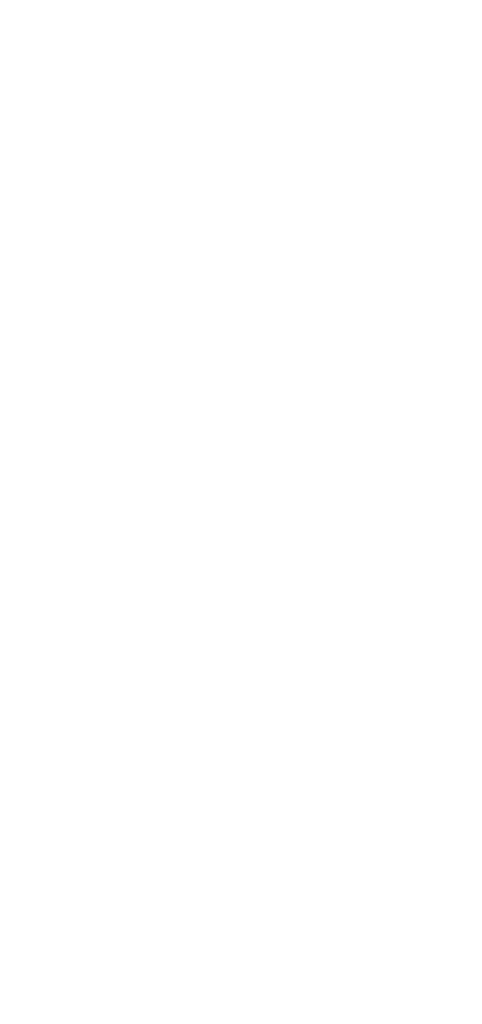
<source format=kicad_pcb>
(kicad_pcb (version 20171130) (host pcbnew "(5.0.1)-4")

  (general
    (thickness 1.6)
    (drawings 44)
    (tracks 0)
    (zones 0)
    (modules 0)
    (nets 1)
  )

  (page A4)
  (layers
    (0 F.Cu signal)
    (31 B.Cu signal)
    (32 B.Adhes user)
    (33 F.Adhes user)
    (34 B.Paste user)
    (35 F.Paste user)
    (36 B.SilkS user)
    (37 F.SilkS user)
    (38 B.Mask user)
    (39 F.Mask user)
    (40 Dwgs.User user)
    (41 Cmts.User user)
    (42 Eco1.User user)
    (43 Eco2.User user)
    (44 Edge.Cuts user)
    (45 Margin user)
    (46 B.CrtYd user)
    (47 F.CrtYd user)
    (48 B.Fab user)
    (49 F.Fab user)
  )

  (setup
    (last_trace_width 0.25)
    (trace_clearance 0.2)
    (zone_clearance 0.508)
    (zone_45_only no)
    (trace_min 0.2)
    (segment_width 0.4)
    (edge_width 0.2)
    (via_size 0.8)
    (via_drill 0.4)
    (via_min_size 0.4)
    (via_min_drill 0.3)
    (uvia_size 0.3)
    (uvia_drill 0.1)
    (uvias_allowed no)
    (uvia_min_size 0.2)
    (uvia_min_drill 0.1)
    (pcb_text_width 0.3)
    (pcb_text_size 1.5 1.5)
    (mod_edge_width 0.15)
    (mod_text_size 1 1)
    (mod_text_width 0.15)
    (pad_size 1.524 1.524)
    (pad_drill 0.762)
    (pad_to_mask_clearance 0.051)
    (solder_mask_min_width 0.25)
    (aux_axis_origin 0 0)
    (visible_elements 7FFFFFFF)
    (pcbplotparams
      (layerselection 0x010f0_ffffffff)
      (usegerberextensions false)
      (usegerberattributes false)
      (usegerberadvancedattributes false)
      (creategerberjobfile false)
      (excludeedgelayer true)
      (linewidth 0.100000)
      (plotframeref false)
      (viasonmask false)
      (mode 1)
      (useauxorigin false)
      (hpglpennumber 1)
      (hpglpenspeed 20)
      (hpglpendiameter 15.000000)
      (psnegative false)
      (psa4output false)
      (plotreference true)
      (plotvalue true)
      (plotinvisibletext false)
      (padsonsilk false)
      (subtractmaskfromsilk false)
      (outputformat 1)
      (mirror false)
      (drillshape 0)
      (scaleselection 1)
      (outputdirectory ""))
  )

  (net 0 "")

  (net_class Default "This is the default net class."
    (clearance 0.2)
    (trace_width 0.25)
    (via_dia 0.8)
    (via_drill 0.4)
    (uvia_dia 0.3)
    (uvia_drill 0.1)
  )

  (gr_circle (center 55.4 98) (end 58.6 98) (layer Eco2.User) (width 0.05) (tstamp 5D225E96))
  (gr_circle (center 55.4 111.5) (end 58.6 111.5) (layer Eco2.User) (width 0.05) (tstamp 5D225E92))
  (gr_circle (center 45.2 111.5) (end 48.4 111.5) (layer Eco2.User) (width 0.05) (tstamp 5D225E8F))
  (gr_circle (center 35.4 111.5) (end 38.6 111.5) (layer Eco2.User) (width 0.05) (tstamp 5D225E8B))
  (gr_circle (center 25.4 111.5) (end 28.6 111.5) (layer Eco2.User) (width 0.05) (tstamp 5D225E87))
  (gr_circle (center 5.4 111.5) (end 8.6 111.5) (layer Eco2.User) (width 0.05) (tstamp 5D225E83))
  (gr_circle (center 5.4 98) (end 8.6 98) (layer Eco2.User) (width 0.05) (tstamp 5D225E7B))
  (gr_circle (center 15.5 111.5) (end 18.7 111.5) (layer Eco2.User) (width 0.05) (tstamp 5D225E74))
  (gr_circle (center 45.1 91.2) (end 48.3 91.2) (layer Eco2.User) (width 0.05) (tstamp 5D225E71))
  (gr_circle (center 35.3 91.2) (end 38.5 91.2) (layer Eco2.User) (width 0.05) (tstamp 5D225E6E))
  (gr_circle (center 25.3 91.2) (end 28.5 91.2) (layer Eco2.User) (width 0.05) (tstamp 5D225E6B))
  (gr_circle (center 15.4 91.2) (end 18.6 91.2) (layer Eco2.User) (width 0.05) (tstamp 5D225E56))
  (gr_circle (center 45.4 64.25) (end 48.6 64.25) (layer Eco2.User) (width 0.05) (tstamp 5D225E50))
  (gr_circle (center 30.3 71) (end 33.5 71) (layer Eco2.User) (width 0.05) (tstamp 5D225E4C))
  (gr_circle (center 15.3 64.25) (end 18.5 64.25) (layer Eco2.User) (width 0.05) (tstamp 5D225E49))
  (gr_circle (center 5.35 81.05) (end 8.7 81.05) (layer Eco2.User) (width 0.05) (tstamp 5D225E2B))
  (gr_circle (center 55.35 81.05) (end 58.7 81.05) (layer Eco2.User) (width 0.05) (tstamp 5D225E17))
  (gr_circle (center 55.35 64.25) (end 58.7 64.25) (layer Eco2.User) (width 0.05) (tstamp 5D225E0C))
  (gr_circle (center 50.3 44) (end 53.9 44) (layer Eco2.User) (width 0.05) (tstamp 5D225DF4))
  (gr_circle (center 30.3 54.3) (end 33.9 54.3) (layer Eco2.User) (width 0.05) (tstamp 5D225DE9))
  (gr_circle (center 10.3 44) (end 13.9 44) (layer Eco2.User) (width 0.05) (tstamp 5D225DD8))
  (gr_circle (center 30.3 34) (end 33.9 34) (layer Eco2.User) (width 0.05) (tstamp 5D225DC7))
  (gr_circle (center 50.3 23.8) (end 53.9 23.8) (layer Eco2.User) (width 0.05) (tstamp 5D225DBF))
  (gr_circle (center 45.2 101.4) (end 46.85 101.4) (layer Eco2.User) (width 0.05) (tstamp 5D225816))
  (gr_circle (center 35.4 101.4) (end 37.05 101.4) (layer Eco2.User) (width 0.05) (tstamp 5D225815))
  (gr_circle (center 25.4 101.4) (end 27.05 101.4) (layer Eco2.User) (width 0.05) (tstamp 5D225814))
  (gr_circle (center 15.5 101.4) (end 17.15 101.4) (layer Eco2.User) (width 0.05) (tstamp 5D22580F))
  (gr_circle (center 45.1 81.1) (end 46.75 81.1) (layer Eco2.User) (width 0.05) (tstamp 5D225781))
  (gr_circle (center 35.3 81.1) (end 36.95 81.1) (layer Eco2.User) (width 0.05) (tstamp 5D22577D))
  (gr_circle (center 25.3 81.1) (end 26.95 81.1) (layer Eco2.User) (width 0.05) (tstamp 5D225779))
  (gr_circle (center 15.4 81.1) (end 17.05 81.1) (layer Eco2.User) (width 0.05))
  (gr_circle (center 37.85 74.55) (end 39.25 74.55) (layer Eco2.User) (width 0.05) (tstamp 5D215F4D))
  (gr_circle (center 22.85 74.55) (end 24.25 74.55) (layer Eco2.User) (width 0.05))
  (gr_circle (center 5.4 64.25) (end 8.6 64.25) (layer Eco2.User) (width 0.05) (tstamp 5D215B38))
  (gr_circle (center 30.35 17.05) (end 33.7 17.05) (layer Eco2.User) (width 0.05))
  (gr_circle (center 10.3 23.8) (end 13.9 23.8) (layer Eco2.User) (width 0.05))
  (gr_circle (center 7.5 125.5) (end 9.1 125.6) (layer Eco2.User) (width 0.05) (tstamp 5D1FC0D4))
  (gr_circle (center 53.2 125.5) (end 54.8 125.6) (layer Eco2.User) (width 0.05) (tstamp 5D1FC0CE))
  (gr_circle (center 53.2 3) (end 54.8 3.1) (layer Eco2.User) (width 0.05) (tstamp 5D1FC0C4))
  (gr_circle (center 7.5 3) (end 9.1 3.1) (layer Eco2.User) (width 0.05))
  (gr_line (start 0 128.5) (end 0 0) (layer Eco2.User) (width 0.05))
  (gr_line (start 60.6 128.5) (end 0 128.5) (layer Eco2.User) (width 0.05))
  (gr_line (start 60.6 0) (end 60.6 128.5) (layer Eco2.User) (width 0.05))
  (gr_line (start 0 0) (end 60.6 0) (layer Eco2.User) (width 0.05))

)

</source>
